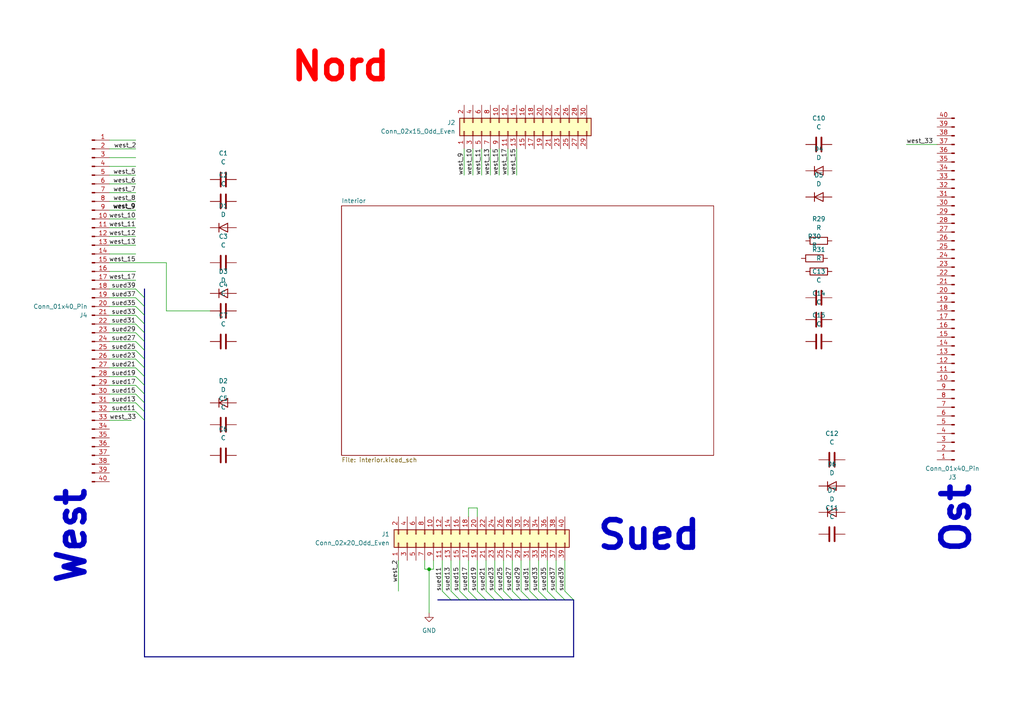
<source format=kicad_sch>
(kicad_sch (version 20230121) (generator eeschema)
  (paper "A4")
  (lib_symbols
    (symbol "Connector:Conn_01x40_Pin" (pin_names (offset 1.016) hide)
      (property "Reference" "J" (at 0 50.8 0))
      (property "Value" "Conn_01x40_Pin" (at 0 -53.34 0))
      (symbol "Conn_01x40_Pin_1_1"
        (polyline (pts (xy 1.27 -50.8) (xy 0.8636 -50.8)) (stroke (width 0.1524)))
        (polyline (pts (xy 1.27 -48.26) (xy 0.8636 -48.26)) (stroke (width 0.1524)))
        (polyline (pts (xy 1.27 -45.72) (xy 0.8636 -45.72)) (stroke (width 0.1524)))
        (polyline (pts (xy 1.27 -43.18) (xy 0.8636 -43.18)) (stroke (width 0.1524)))
        (polyline (pts (xy 1.27 -40.64) (xy 0.8636 -40.64)) (stroke (width 0.1524)))
        (polyline (pts (xy 1.27 -38.1) (xy 0.8636 -38.1)) (stroke (width 0.1524)))
        (polyline (pts (xy 1.27 -35.56) (xy 0.8636 -35.56)) (stroke (width 0.1524)))
        (polyline (pts (xy 1.27 -33.02) (xy 0.8636 -33.02)) (stroke (width 0.1524)))
        (polyline (pts (xy 1.27 -30.48) (xy 0.8636 -30.48)) (stroke (width 0.1524)))
        (polyline (pts (xy 1.27 -27.94) (xy 0.8636 -27.94)) (stroke (width 0.1524)))
        (polyline (pts (xy 1.27 -25.4) (xy 0.8636 -25.4)) (stroke (width 0.1524)))
        (polyline (pts (xy 1.27 -22.86) (xy 0.8636 -22.86)) (stroke (width 0.1524)))
        (polyline (pts (xy 1.27 -20.32) (xy 0.8636 -20.32)) (stroke (width 0.1524)))
        (polyline (pts (xy 1.27 -17.78) (xy 0.8636 -17.78)) (stroke (width 0.1524)))
        (polyline (pts (xy 1.27 -15.24) (xy 0.8636 -15.24)) (stroke (width 0.1524)))
        (polyline (pts (xy 1.27 -12.7) (xy 0.8636 -12.7)) (stroke (width 0.1524)))
        (polyline (pts (xy 1.27 -10.16) (xy 0.8636 -10.16)) (stroke (width 0.1524)))
        (polyline (pts (xy 1.27 -7.62) (xy 0.8636 -7.62)) (stroke (width 0.1524)))
        (polyline (pts (xy 1.27 -5.08) (xy 0.8636 -5.08)) (stroke (width 0.1524)))
        (polyline (pts (xy 1.27 -2.54) (xy 0.8636 -2.54)) (stroke (width 0.1524)))
        (polyline (pts (xy 1.27 0) (xy 0.8636 0)) (stroke (width 0.1524)))
        (polyline (pts (xy 1.27 2.54) (xy 0.8636 2.54)) (stroke (width 0.1524)))
        (polyline (pts (xy 1.27 5.08) (xy 0.8636 5.08)) (stroke (width 0.1524)))
        (polyline (pts (xy 1.27 7.62) (xy 0.8636 7.62)) (stroke (width 0.1524)))
        (polyline (pts (xy 1.27 10.16) (xy 0.8636 10.16)) (stroke (width 0.1524)))
        (polyline (pts (xy 1.27 12.7) (xy 0.8636 12.7)) (stroke (width 0.1524)))
        (polyline (pts (xy 1.27 15.24) (xy 0.8636 15.24)) (stroke (width 0.1524)))
        (polyline (pts (xy 1.27 17.78) (xy 0.8636 17.78)) (stroke (width 0.1524)))
        (polyline (pts (xy 1.27 20.32) (xy 0.8636 20.32)) (stroke (width 0.1524)))
        (polyline (pts (xy 1.27 22.86) (xy 0.8636 22.86)) (stroke (width 0.1524)))
        (polyline (pts (xy 1.27 25.4) (xy 0.8636 25.4)) (stroke (width 0.1524)))
        (polyline (pts (xy 1.27 27.94) (xy 0.8636 27.94)) (stroke (width 0.1524)))
        (polyline (pts (xy 1.27 30.48) (xy 0.8636 30.48)) (stroke (width 0.1524)))
        (polyline (pts (xy 1.27 33.02) (xy 0.8636 33.02)) (stroke (width 0.1524)))
        (polyline (pts (xy 1.27 35.56) (xy 0.8636 35.56)) (stroke (width 0.1524)))
        (polyline (pts (xy 1.27 38.1) (xy 0.8636 38.1)) (stroke (width 0.1524)))
        (polyline (pts (xy 1.27 40.64) (xy 0.8636 40.64)) (stroke (width 0.1524)))
        (polyline (pts (xy 1.27 43.18) (xy 0.8636 43.18)) (stroke (width 0.1524)))
        (polyline (pts (xy 1.27 45.72) (xy 0.8636 45.72)) (stroke (width 0.1524)))
        (polyline (pts (xy 1.27 48.26) (xy 0.8636 48.26)) (stroke (width 0.1524)))
        (rectangle (start 0.8636 -50.673) (end 0 -50.927) (stroke (width 0.1524)) (fill (type outline)))
        (rectangle (start 0.8636 -48.133) (end 0 -48.387) (stroke (width 0.1524)) (fill (type outline)))
        (rectangle (start 0.8636 -45.593) (end 0 -45.847) (stroke (width 0.1524)) (fill (type outline)))
        (rectangle (start 0.8636 -43.053) (end 0 -43.307) (stroke (width 0.1524)) (fill (type outline)))
        (rectangle (start 0.8636 -40.513) (end 0 -40.767) (stroke (width 0.1524)) (fill (type outline)))
        (rectangle (start 0.8636 -37.973) (end 0 -38.227) (stroke (width 0.1524)) (fill (type outline)))
        (rectangle (start 0.8636 -35.433) (end 0 -35.687) (stroke (width 0.1524)) (fill (type outline)))
        (rectangle (start 0.8636 -32.893) (end 0 -33.147) (stroke (width 0.1524)) (fill (type outline)))
        (rectangle (start 0.8636 -30.353) (end 0 -30.607) (stroke (width 0.1524)) (fill (type outline)))
        (rectangle (start 0.8636 -27.813) (end 0 -28.067) (stroke (width 0.1524)) (fill (type outline)))
        (rectangle (start 0.8636 -25.273) (end 0 -25.527) (stroke (width 0.1524)) (fill (type outline)))
        (rectangle (start 0.8636 -22.733) (end 0 -22.987) (stroke (width 0.1524)) (fill (type outline)))
        (rectangle (start 0.8636 -20.193) (end 0 -20.447) (stroke (width 0.1524)) (fill (type outline)))
        (rectangle (start 0.8636 -17.653) (end 0 -17.907) (stroke (width 0.1524)) (fill (type outline)))
        (rectangle (start 0.8636 -15.113) (end 0 -15.367) (stroke (width 0.1524)) (fill (type outline)))
        (rectangle (start 0.8636 -12.573) (end 0 -12.827) (stroke (width 0.1524)) (fill (type outline)))
        (rectangle (start 0.8636 -10.033) (end 0 -10.287) (stroke (width 0.1524)) (fill (type outline)))
        (rectangle (start 0.8636 -7.493) (end 0 -7.747) (stroke (width 0.1524)) (fill (type outline)))
        (rectangle (start 0.8636 -4.953) (end 0 -5.207) (stroke (width 0.1524)) (fill (type outline)))
        (rectangle (start 0.8636 -2.413) (end 0 -2.667) (stroke (width 0.1524)) (fill (type outline)))
        (rectangle (start 0.8636 0.127) (end 0 -0.127) (stroke (width 0.1524)) (fill (type outline)))
        (rectangle (start 0.8636 2.667) (end 0 2.413) (stroke (width 0.1524)) (fill (type outline)))
        (rectangle (start 0.8636 5.207) (end 0 4.953) (stroke (width 0.1524)) (fill (type outline)))
        (rectangle (start 0.8636 7.747) (end 0 7.493) (stroke (width 0.1524)) (fill (type outline)))
        (rectangle (start 0.8636 10.287) (end 0 10.033) (stroke (width 0.1524)) (fill (type outline)))
        (rectangle (start 0.8636 12.827) (end 0 12.573) (stroke (width 0.1524)) (fill (type outline)))
        (rectangle (start 0.8636 15.367) (end 0 15.113) (stroke (width 0.1524)) (fill (type outline)))
        (rectangle (start 0.8636 17.907) (end 0 17.653) (stroke (width 0.1524)) (fill (type outline)))
        (rectangle (start 0.8636 20.447) (end 0 20.193) (stroke (width 0.1524)) (fill (type outline)))
        (rectangle (start 0.8636 22.987) (end 0 22.733) (stroke (width 0.1524)) (fill (type outline)))
        (rectangle (start 0.8636 25.527) (end 0 25.273) (stroke (width 0.1524)) (fill (type outline)))
        (rectangle (start 0.8636 28.067) (end 0 27.813) (stroke (width 0.1524)) (fill (type outline)))
        (rectangle (start 0.8636 30.607) (end 0 30.353) (stroke (width 0.1524)) (fill (type outline)))
        (rectangle (start 0.8636 33.147) (end 0 32.893) (stroke (width 0.1524)) (fill (type outline)))
        (rectangle (start 0.8636 35.687) (end 0 35.433) (stroke (width 0.1524)) (fill (type outline)))
        (rectangle (start 0.8636 38.227) (end 0 37.973) (stroke (width 0.1524)) (fill (type outline)))
        (rectangle (start 0.8636 40.767) (end 0 40.513) (stroke (width 0.1524)) (fill (type outline)))
        (rectangle (start 0.8636 43.307) (end 0 43.053) (stroke (width 0.1524)) (fill (type outline)))
        (rectangle (start 0.8636 45.847) (end 0 45.593) (stroke (width 0.1524)) (fill (type outline)))
        (rectangle (start 0.8636 48.387) (end 0 48.133) (stroke (width 0.1524)) (fill (type outline)))
        (pin passive line (at 5.08 48.26 180) (length 3.81) (name "Pin_1") (number "1"))
        (pin passive line (at 5.08 25.4 180) (length 3.81) (name "Pin_10") (number "10"))
        (pin passive line (at 5.08 22.86 180) (length 3.81) (name "Pin_11") (number "11"))
        (pin passive line (at 5.08 20.32 180) (length 3.81) (name "Pin_12") (number "12"))
        (pin passive line (at 5.08 17.78 180) (length 3.81) (name "Pin_13") (number "13"))
        (pin passive line (at 5.08 15.24 180) (length 3.81) (name "Pin_14") (number "14"))
        (pin passive line (at 5.08 12.7 180) (length 3.81) (name "Pin_15") (number "15"))
        (pin passive line (at 5.08 10.16 180) (length 3.81) (name "Pin_16") (number "16"))
        (pin passive line (at 5.08 7.62 180) (length 3.81) (name "Pin_17") (number "17"))
        (pin passive line (at 5.08 5.08 180) (length 3.81) (name "Pin_18") (number "18"))
        (pin passive line (at 5.08 2.54 180) (length 3.81) (name "Pin_19") (number "19"))
        (pin passive line (at 5.08 45.72 180) (length 3.81) (name "Pin_2") (number "2"))
        (pin passive line (at 5.08 0 180) (length 3.81) (name "Pin_20") (number "20"))
        (pin passive line (at 5.08 -2.54 180) (length 3.81) (name "Pin_21") (number "21"))
        (pin passive line (at 5.08 -5.08 180) (length 3.81) (name "Pin_22") (number "22"))
        (pin passive line (at 5.08 -7.62 180) (length 3.81) (name "Pin_23") (number "23"))
        (pin passive line (at 5.08 -10.16 180) (length 3.81) (name "Pin_24") (number "24"))
        (pin passive line (at 5.08 -12.7 180) (length 3.81) (name "Pin_25") (number "25"))
        (pin passive line (at 5.08 -15.24 180) (length 3.81) (name "Pin_26") (number "26"))
        (pin passive line (at 5.08 -17.78 180) (length 3.81) (name "Pin_27") (number "27"))
        (pin passive line (at 5.08 -20.32 180) (length 3.81) (name "Pin_28") (number "28"))
        (pin passive line (at 5.08 -22.86 180) (length 3.81) (name "Pin_29") (number "29"))
        (pin passive line (at 5.08 43.18 180) (length 3.81) (name "Pin_3") (number "3"))
        (pin passive line (at 5.08 -25.4 180) (length 3.81) (name "Pin_30") (number "30"))
        (pin passive line (at 5.08 -27.94 180) (length 3.81) (name "Pin_31") (number "31"))
        (pin passive line (at 5.08 -30.48 180) (length 3.81) (name "Pin_32") (number "32"))
        (pin passive line (at 5.08 -33.02 180) (length 3.81) (name "Pin_33") (number "33"))
        (pin passive line (at 5.08 -35.56 180) (length 3.81) (name "Pin_34") (number "34"))
        (pin passive line (at 5.08 -38.1 180) (length 3.81) (name "Pin_35") (number "35"))
        (pin passive line (at 5.08 -40.64 180) (length 3.81) (name "Pin_36") (number "36"))
        (pin passive line (at 5.08 -43.18 180) (length 3.81) (name "Pin_37") (number "37"))
        (pin passive line (at 5.08 -45.72 180) (length 3.81) (name "Pin_38") (number "38"))
        (pin passive line (at 5.08 -48.26 180) (length 3.81) (name "Pin_39") (number "39"))
        (pin passive line (at 5.08 40.64 180) (length 3.81) (name "Pin_4") (number "4"))
        (pin passive line (at 5.08 -50.8 180) (length 3.81) (name "Pin_40") (number "40"))
        (pin passive line (at 5.08 38.1 180) (length 3.81) (name "Pin_5") (number "5"))
        (pin passive line (at 5.08 35.56 180) (length 3.81) (name "Pin_6") (number "6"))
        (pin passive line (at 5.08 33.02 180) (length 3.81) (name "Pin_7") (number "7"))
        (pin passive line (at 5.08 30.48 180) (length 3.81) (name "Pin_8") (number "8"))
        (pin passive line (at 5.08 27.94 180) (length 3.81) (name "Pin_9") (number "9"))
      )
    )
    (symbol "Connector_Generic:Conn_02x15_Odd_Even" (pin_names (offset 1.016) hide)
      (property "Reference" "J" (at 1.27 20.32 0))
      (property "Value" "Conn_02x15_Odd_Even" (at 1.27 -20.32 0))
      (symbol "Conn_02x15_Odd_Even_1_1"
        (rectangle (start -1.27 -17.653) (end 0 -17.907) (stroke (width 0.1524)))
        (rectangle (start -1.27 -15.113) (end 0 -15.367) (stroke (width 0.1524)))
        (rectangle (start -1.27 -12.573) (end 0 -12.827) (stroke (width 0.1524)))
        (rectangle (start -1.27 -10.033) (end 0 -10.287) (stroke (width 0.1524)))
        (rectangle (start -1.27 -7.493) (end 0 -7.747) (stroke (width 0.1524)))
        (rectangle (start -1.27 -4.953) (end 0 -5.207) (stroke (width 0.1524)))
        (rectangle (start -1.27 -2.413) (end 0 -2.667) (stroke (width 0.1524)))
        (rectangle (start -1.27 0.127) (end 0 -0.127) (stroke (width 0.1524)))
        (rectangle (start -1.27 2.667) (end 0 2.413) (stroke (width 0.1524)))
        (rectangle (start -1.27 5.207) (end 0 4.953) (stroke (width 0.1524)))
        (rectangle (start -1.27 7.747) (end 0 7.493) (stroke (width 0.1524)))
        (rectangle (start -1.27 10.287) (end 0 10.033) (stroke (width 0.1524)))
        (rectangle (start -1.27 12.827) (end 0 12.573) (stroke (width 0.1524)))
        (rectangle (start -1.27 15.367) (end 0 15.113) (stroke (width 0.1524)))
        (rectangle (start -1.27 17.907) (end 0 17.653) (stroke (width 0.1524)))
        (rectangle (start -1.27 19.05) (end 3.81 -19.05) (stroke (width 0.254)) (fill (type background)))
        (rectangle (start 3.81 -17.653) (end 2.54 -17.907) (stroke (width 0.1524)))
        (rectangle (start 3.81 -15.113) (end 2.54 -15.367) (stroke (width 0.1524)))
        (rectangle (start 3.81 -12.573) (end 2.54 -12.827) (stroke (width 0.1524)))
        (rectangle (start 3.81 -10.033) (end 2.54 -10.287) (stroke (width 0.1524)))
        (rectangle (start 3.81 -7.493) (end 2.54 -7.747) (stroke (width 0.1524)))
        (rectangle (start 3.81 -4.953) (end 2.54 -5.207) (stroke (width 0.1524)))
        (rectangle (start 3.81 -2.413) (end 2.54 -2.667) (stroke (width 0.1524)))
        (rectangle (start 3.81 0.127) (end 2.54 -0.127) (stroke (width 0.1524)))
        (rectangle (start 3.81 2.667) (end 2.54 2.413) (stroke (width 0.1524)))
        (rectangle (start 3.81 5.207) (end 2.54 4.953) (stroke (width 0.1524)))
        (rectangle (start 3.81 7.747) (end 2.54 7.493) (stroke (width 0.1524)))
        (rectangle (start 3.81 10.287) (end 2.54 10.033) (stroke (width 0.1524)))
        (rectangle (start 3.81 12.827) (end 2.54 12.573) (stroke (width 0.1524)))
        (rectangle (start 3.81 15.367) (end 2.54 15.113) (stroke (width 0.1524)))
        (rectangle (start 3.81 17.907) (end 2.54 17.653) (stroke (width 0.1524)))
        (pin passive line (at -5.08 17.78 0) (length 3.81) (name "Pin_1") (number "1"))
        (pin passive line (at 7.62 7.62 180) (length 3.81) (name "Pin_10") (number "10"))
        (pin passive line (at -5.08 5.08 0) (length 3.81) (name "Pin_11") (number "11"))
        (pin passive line (at 7.62 5.08 180) (length 3.81) (name "Pin_12") (number "12"))
        (pin passive line (at -5.08 2.54 0) (length 3.81) (name "Pin_13") (number "13"))
        (pin passive line (at 7.62 2.54 180) (length 3.81) (name "Pin_14") (number "14"))
        (pin passive line (at -5.08 0 0) (length 3.81) (name "Pin_15") (number "15"))
        (pin passive line (at 7.62 0 180) (length 3.81) (name "Pin_16") (number "16"))
        (pin passive line (at -5.08 -2.54 0) (length 3.81) (name "Pin_17") (number "17"))
        (pin passive line (at 7.62 -2.54 180) (length 3.81) (name "Pin_18") (number "18"))
        (pin passive line (at -5.08 -5.08 0) (length 3.81) (name "Pin_19") (number "19"))
        (pin passive line (at 7.62 17.78 180) (length 3.81) (name "Pin_2") (number "2"))
        (pin passive line (at 7.62 -5.08 180) (length 3.81) (name "Pin_20") (number "20"))
        (pin passive line (at -5.08 -7.62 0) (length 3.81) (name "Pin_21") (number "21"))
        (pin passive line (at 7.62 -7.62 180) (length 3.81) (name "Pin_22") (number "22"))
        (pin passive line (at -5.08 -10.16 0) (length 3.81) (name "Pin_23") (number "23"))
        (pin passive line (at 7.62 -10.16 180) (length 3.81) (name "Pin_24") (number "24"))
        (pin passive line (at -5.08 -12.7 0) (length 3.81) (name "Pin_25") (number "25"))
        (pin passive line (at 7.62 -12.7 180) (length 3.81) (name "Pin_26") (number "26"))
        (pin passive line (at -5.08 -15.24 0) (length 3.81) (name "Pin_27") (number "27"))
        (pin passive line (at 7.62 -15.24 180) (length 3.81) (name "Pin_28") (number "28"))
        (pin passive line (at -5.08 -17.78 0) (length 3.81) (name "Pin_29") (number "29"))
        (pin passive line (at -5.08 15.24 0) (length 3.81) (name "Pin_3") (number "3"))
        (pin passive line (at 7.62 -17.78 180) (length 3.81) (name "Pin_30") (number "30"))
        (pin passive line (at 7.62 15.24 180) (length 3.81) (name "Pin_4") (number "4"))
        (pin passive line (at -5.08 12.7 0) (length 3.81) (name "Pin_5") (number "5"))
        (pin passive line (at 7.62 12.7 180) (length 3.81) (name "Pin_6") (number "6"))
        (pin passive line (at -5.08 10.16 0) (length 3.81) (name "Pin_7") (number "7"))
        (pin passive line (at 7.62 10.16 180) (length 3.81) (name "Pin_8") (number "8"))
        (pin passive line (at -5.08 7.62 0) (length 3.81) (name "Pin_9") (number "9"))
      )
    )
    (symbol "Connector_Generic:Conn_02x20_Odd_Even" (pin_names (offset 1.016) hide)
      (property "Reference" "J" (at 1.27 25.4 0))
      (property "Value" "Conn_02x20_Odd_Even" (at 1.27 -27.94 0))
      (symbol "Conn_02x20_Odd_Even_1_1"
        (rectangle (start -1.27 -25.273) (end 0 -25.527) (stroke (width 0.1524)))
        (rectangle (start -1.27 -22.733) (end 0 -22.987) (stroke (width 0.1524)))
        (rectangle (start -1.27 -20.193) (end 0 -20.447) (stroke (width 0.1524)))
        (rectangle (start -1.27 -17.653) (end 0 -17.907) (stroke (width 0.1524)))
        (rectangle (start -1.27 -15.113) (end 0 -15.367) (stroke (width 0.1524)))
        (rectangle (start -1.27 -12.573) (end 0 -12.827) (stroke (width 0.1524)))
        (rectangle (start -1.27 -10.033) (end 0 -10.287) (stroke (width 0.1524)))
        (rectangle (start -1.27 -7.493) (end 0 -7.747) (stroke (width 0.1524)))
        (rectangle (start -1.27 -4.953) (end 0 -5.207) (stroke (width 0.1524)))
        (rectangle (start -1.27 -2.413) (end 0 -2.667) (stroke (width 0.1524)))
        (rectangle (start -1.27 0.127) (end 0 -0.127) (stroke (width 0.1524)))
        (rectangle (start -1.27 2.667) (end 0 2.413) (stroke (width 0.1524)))
        (rectangle (start -1.27 5.207) (end 0 4.953) (stroke (width 0.1524)))
        (rectangle (start -1.27 7.747) (end 0 7.493) (stroke (width 0.1524)))
        (rectangle (start -1.27 10.287) (end 0 10.033) (stroke (width 0.1524)))
        (rectangle (start -1.27 12.827) (end 0 12.573) (stroke (width 0.1524)))
        (rectangle (start -1.27 15.367) (end 0 15.113) (stroke (width 0.1524)))
        (rectangle (start -1.27 17.907) (end 0 17.653) (stroke (width 0.1524)))
        (rectangle (start -1.27 20.447) (end 0 20.193) (stroke (width 0.1524)))
        (rectangle (start -1.27 22.987) (end 0 22.733) (stroke (width 0.1524)))
        (rectangle (start -1.27 24.13) (end 3.81 -26.67) (stroke (width 0.254)) (fill (type background)))
        (rectangle (start 3.81 -25.273) (end 2.54 -25.527) (stroke (width 0.1524)))
        (rectangle (start 3.81 -22.733) (end 2.54 -22.987) (stroke (width 0.1524)))
        (rectangle (start 3.81 -20.193) (end 2.54 -20.447) (stroke (width 0.1524)))
        (rectangle (start 3.81 -17.653) (end 2.54 -17.907) (stroke (width 0.1524)))
        (rectangle (start 3.81 -15.113) (end 2.54 -15.367) (stroke (width 0.1524)))
        (rectangle (start 3.81 -12.573) (end 2.54 -12.827) (stroke (width 0.1524)))
        (rectangle (start 3.81 -10.033) (end 2.54 -10.287) (stroke (width 0.1524)))
        (rectangle (start 3.81 -7.493) (end 2.54 -7.747) (stroke (width 0.1524)))
        (rectangle (start 3.81 -4.953) (end 2.54 -5.207) (stroke (width 0.1524)))
        (rectangle (start 3.81 -2.413) (end 2.54 -2.667) (stroke (width 0.1524)))
        (rectangle (start 3.81 0.127) (end 2.54 -0.127) (stroke (width 0.1524)))
        (rectangle (start 3.81 2.667) (end 2.54 2.413) (stroke (width 0.1524)))
        (rectangle (start 3.81 5.207) (end 2.54 4.953) (stroke (width 0.1524)))
        (rectangle (start 3.81 7.747) (end 2.54 7.493) (stroke (width 0.1524)))
        (rectangle (start 3.81 10.287) (end 2.54 10.033) (stroke (width 0.1524)))
        (rectangle (start 3.81 12.827) (end 2.54 12.573) (stroke (width 0.1524)))
        (rectangle (start 3.81 15.367) (end 2.54 15.113) (stroke (width 0.1524)))
        (rectangle (start 3.81 17.907) (end 2.54 17.653) (stroke (width 0.1524)))
        (rectangle (start 3.81 20.447) (end 2.54 20.193) (stroke (width 0.1524)))
        (rectangle (start 3.81 22.987) (end 2.54 22.733) (stroke (width 0.1524)))
        (pin passive line (at -5.08 22.86 0) (length 3.81) (name "Pin_1") (number "1"))
        (pin passive line (at 7.62 12.7 180) (length 3.81) (name "Pin_10") (number "10"))
        (pin passive line (at -5.08 10.16 0) (length 3.81) (name "Pin_11") (number "11"))
        (pin passive line (at 7.62 10.16 180) (length 3.81) (name "Pin_12") (number "12"))
        (pin passive line (at -5.08 7.62 0) (length 3.81) (name "Pin_13") (number "13"))
        (pin passive line (at 7.62 7.62 180) (length 3.81) (name "Pin_14") (number "14"))
        (pin passive line (at -5.08 5.08 0) (length 3.81) (name "Pin_15") (number "15"))
        (pin passive line (at 7.62 5.08 180) (length 3.81) (name "Pin_16") (number "16"))
        (pin passive line (at -5.08 2.54 0) (length 3.81) (name "Pin_17") (number "17"))
        (pin passive line (at 7.62 2.54 180) (length 3.81) (name "Pin_18") (number "18"))
        (pin passive line (at -5.08 0 0) (length 3.81) (name "Pin_19") (number "19"))
        (pin passive line (at 7.62 22.86 180) (length 3.81) (name "Pin_2") (number "2"))
        (pin passive line (at 7.62 0 180) (length 3.81) (name "Pin_20") (number "20"))
        (pin passive line (at -5.08 -2.54 0) (length 3.81) (name "Pin_21") (number "21"))
        (pin passive line (at 7.62 -2.54 180) (length 3.81) (name "Pin_22") (number "22"))
        (pin passive line (at -5.08 -5.08 0) (length 3.81) (name "Pin_23") (number "23"))
        (pin passive line (at 7.62 -5.08 180) (length 3.81) (name "Pin_24") (number "24"))
        (pin passive line (at -5.08 -7.62 0) (length 3.81) (name "Pin_25") (number "25"))
        (pin passive line (at 7.62 -7.62 180) (length 3.81) (name "Pin_26") (number "26"))
        (pin passive line (at -5.08 -10.16 0) (length 3.81) (name "Pin_27") (number "27"))
        (pin passive line (at 7.62 -10.16 180) (length 3.81) (name "Pin_28") (number "28"))
        (pin passive line (at -5.08 -12.7 0) (length 3.81) (name "Pin_29") (number "29"))
        (pin passive line (at -5.08 20.32 0) (length 3.81) (name "Pin_3") (number "3"))
        (pin passive line (at 7.62 -12.7 180) (length 3.81) (name "Pin_30") (number "30"))
        (pin passive line (at -5.08 -15.24 0) (length 3.81) (name "Pin_31") (number "31"))
        (pin passive line (at 7.62 -15.24 180) (length 3.81) (name "Pin_32") (number "32"))
        (pin passive line (at -5.08 -17.78 0) (length 3.81) (name "Pin_33") (number "33"))
        (pin passive line (at 7.62 -17.78 180) (length 3.81) (name "Pin_34") (number "34"))
        (pin passive line (at -5.08 -20.32 0) (length 3.81) (name "Pin_35") (number "35"))
        (pin passive line (at 7.62 -20.32 180) (length 3.81) (name "Pin_36") (number "36"))
        (pin passive line (at -5.08 -22.86 0) (length 3.81) (name "Pin_37") (number "37"))
        (pin passive line (at 7.62 -22.86 180) (length 3.81) (name "Pin_38") (number "38"))
        (pin passive line (at -5.08 -25.4 0) (length 3.81) (name "Pin_39") (number "39"))
        (pin passive line (at 7.62 20.32 180) (length 3.81) (name "Pin_4") (number "4"))
        (pin passive line (at 7.62 -25.4 180) (length 3.81) (name "Pin_40") (number "40"))
        (pin passive line (at -5.08 17.78 0) (length 3.81) (name "Pin_5") (number "5"))
        (pin passive line (at 7.62 17.78 180) (length 3.81) (name "Pin_6") (number "6"))
        (pin passive line (at -5.08 15.24 0) (length 3.81) (name "Pin_7") (number "7"))
        (pin passive line (at 7.62 15.24 180) (length 3.81) (name "Pin_8") (number "8"))
        (pin passive line (at -5.08 12.7 0) (length 3.81) (name "Pin_9") (number "9"))
      )
    )
    (symbol "Device:C" (pin_numbers hide) (pin_names (offset 0.254))
      (property "Reference" "C" (at 0.635 2.54 0))
      (property "Value" "C" (at 0.635 -2.54 0))
      (symbol "C_0_1"
        (polyline (pts (xy -2.032 -0.762) (xy 2.032 -0.762)) (stroke (width 0.508)))
        (polyline (pts (xy -2.032 0.762) (xy 2.032 0.762)) (stroke (width 0.508)))
      )
      (symbol "C_1_1"
        (pin passive line (at 0 3.81 270) (length 2.794) (name "~") (number "1"))
        (pin passive line (at 0 -3.81 90) (length 2.794) (name "~") (number "2"))
      )
    )
    (symbol "Device:D" (pin_numbers hide) (pin_names (offset 1.016) hide)
      (property "Reference" "D" (at 0 2.54 0))
      (property "Value" "D" (at 0 -2.54 0))
      (symbol "D_0_1"
        (polyline (pts (xy -1.27 1.27) (xy -1.27 -1.27)) (stroke (width 0.254)))
        (polyline (pts (xy 1.27 0) (xy -1.27 0)))
        (polyline (pts (xy 1.27 1.27) (xy 1.27 -1.27) (xy -1.27 0) (xy 1.27 1.27)) (stroke (width 0.254)))
      )
      (symbol "D_1_1"
        (pin passive line (at -3.81 0 0) (length 2.54) (name "K") (number "1"))
        (pin passive line (at 3.81 0 180) (length 2.54) (name "A") (number "2"))
      )
    )
    (symbol "Device:R" (pin_numbers hide) (pin_names (offset 0))
      (property "Reference" "R" (at 2.032 0 90))
      (property "Value" "R" (at 0 0 90))
      (symbol "R_0_1"
        (rectangle (start -1.016 -2.54) (end 1.016 2.54) (stroke (width 0.254)))
      )
      (symbol "R_1_1"
        (pin passive line (at 0 3.81 270) (length 1.27) (name "~") (number "1"))
        (pin passive line (at 0 -3.81 90) (length 1.27) (name "~") (number "2"))
      )
    )
    (symbol "power:GND" (power) (pin_names (offset 0))
      (property "Value" "GND" (at 0 -3.81 0))
      (symbol "GND_0_1"
        (polyline (pts (xy 0 0) (xy 0 -1.27) (xy 1.27 -1.27) (xy 0 -2.54) (xy -1.27 -1.27) (xy 0 -1.27)))
      )
      (symbol "GND_1_1"
        (pin power_in line (at 0 0 270) (length 0) hide (name "GND") (number "1"))
      )
    )
  )
  (junction (at 124.46 165.1))
  (bus_entry (at 133.35 171.45) (size 2.54 2.54))
  (bus_entry (at 128.27 171.45) (size 2.54 2.54))
  (bus_entry (at 39.37 106.68) (size 2.54 2.54))
  (bus_entry (at 39.37 86.36) (size 2.54 2.54))
  (bus_entry (at 158.75 171.45) (size 2.54 2.54))
  (bus_entry (at 138.43 171.45) (size 2.54 2.54))
  (bus_entry (at 39.37 99.06) (size 2.54 2.54))
  (bus_entry (at 39.37 83.82) (size 2.54 2.54))
  (bus_entry (at 39.37 91.44) (size 2.54 2.54))
  (bus_entry (at 140.97 171.45) (size 2.54 2.54))
  (bus_entry (at 39.37 109.22) (size 2.54 2.54))
  (bus_entry (at 39.37 119.38) (size 2.54 2.54))
  (bus_entry (at 151.13 171.45) (size 2.54 2.54))
  (bus_entry (at 39.37 111.76) (size 2.54 2.54))
  (bus_entry (at 135.89 171.45) (size 2.54 2.54))
  (bus_entry (at 39.37 88.9) (size 2.54 2.54))
  (bus_entry (at 39.37 116.84) (size 2.54 2.54))
  (bus_entry (at 39.37 96.52) (size 2.54 2.54))
  (bus_entry (at 143.51 171.45) (size 2.54 2.54))
  (bus_entry (at 130.81 171.45) (size 2.54 2.54))
  (bus_entry (at 39.37 104.14) (size 2.54 2.54))
  (bus_entry (at 148.59 171.45) (size 2.54 2.54))
  (bus_entry (at 161.29 171.45) (size 2.54 2.54))
  (bus_entry (at 153.67 171.45) (size 2.54 2.54))
  (bus_entry (at 163.83 171.45) (size 2.54 2.54))
  (bus_entry (at 146.05 171.45) (size 2.54 2.54))
  (bus_entry (at 39.37 114.3) (size 2.54 2.54))
  (bus_entry (at 39.37 93.98) (size 2.54 2.54))
  (bus_entry (at 156.21 171.45) (size 2.54 2.54))
  (bus_entry (at 39.37 101.6) (size 2.54 2.54))
  (wire (pts (xy 31.75 99.06) (xy 39.37 99.06)))
  (wire (pts (xy 31.75 111.76) (xy 39.37 111.76)))
  (wire (pts (xy 31.75 121.92) (xy 38.1 121.92)))
  (wire (pts (xy 31.75 93.98) (xy 39.37 93.98)))
  (wire (pts (xy 31.75 91.44) (xy 39.37 91.44)))
  (bus (pts (xy 158.75 173.99) (xy 161.29 173.99)))
  (wire (pts (xy 147.32 43.18) (xy 147.32 50.8)))
  (bus (pts (xy 41.91 106.68) (xy 41.91 109.22)))
  (wire (pts (xy 31.75 66.04) (xy 39.37 66.04)))
  (bus (pts (xy 135.89 173.99) (xy 138.43 173.99)))
  (wire (pts (xy 156.21 162.56) (xy 156.21 171.45)))
  (wire (pts (xy 146.05 162.56) (xy 146.05 171.45)))
  (wire (pts (xy 31.75 53.34) (xy 39.37 53.34)))
  (bus (pts (xy 41.91 114.3) (xy 41.91 116.84)))
  (wire (pts (xy 138.43 147.32) (xy 138.43 149.86)))
  (bus (pts (xy 143.51 173.99) (xy 146.05 173.99)))
  (wire (pts (xy 158.75 162.56) (xy 158.75 171.45)))
  (wire (pts (xy 31.75 106.68) (xy 39.37 106.68)))
  (wire (pts (xy 135.89 149.86) (xy 135.89 147.32)))
  (wire (pts (xy 135.89 147.32) (xy 138.43 147.32)))
  (wire (pts (xy 31.75 114.3) (xy 39.37 114.3)))
  (wire (pts (xy 133.35 162.56) (xy 133.35 171.45)))
  (bus (pts (xy 138.43 173.99) (xy 140.97 173.99)))
  (wire (pts (xy 163.83 162.56) (xy 163.83 171.45)))
  (wire (pts (xy 148.59 162.56) (xy 148.59 171.45)))
  (bus (pts (xy 41.91 111.76) (xy 41.91 114.3)))
  (bus (pts (xy 161.29 173.99) (xy 163.83 173.99)))
  (bus (pts (xy 41.91 99.06) (xy 41.91 101.6)))
  (bus (pts (xy 41.91 104.14) (xy 41.91 106.68)))
  (wire (pts (xy 151.13 162.56) (xy 151.13 171.45)))
  (wire (pts (xy 31.75 104.14) (xy 39.37 104.14)))
  (wire (pts (xy 48.26 76.2) (xy 48.26 90.17)))
  (bus (pts (xy 140.97 173.99) (xy 143.51 173.99)))
  (bus (pts (xy 163.83 173.99) (xy 166.37 173.99)))
  (wire (pts (xy 142.24 43.18) (xy 142.24 50.8)))
  (bus (pts (xy 151.13 173.99) (xy 153.67 173.99)))
  (wire (pts (xy 31.75 40.64) (xy 39.37 40.64)))
  (bus (pts (xy 41.91 109.22) (xy 41.91 111.76)))
  (wire (pts (xy 31.75 96.52) (xy 39.37 96.52)))
  (wire (pts (xy 31.75 109.22) (xy 39.37 109.22)))
  (wire (pts (xy 161.29 162.56) (xy 161.29 171.45)))
  (bus (pts (xy 41.91 101.6) (xy 41.91 104.14)))
  (wire (pts (xy 31.75 58.42) (xy 39.37 58.42)))
  (wire (pts (xy 135.89 171.45) (xy 135.89 162.56)))
  (bus (pts (xy 41.91 83.82) (xy 41.91 86.36)))
  (wire (pts (xy 31.75 101.6) (xy 39.37 101.6)))
  (wire (pts (xy 149.86 43.18) (xy 149.86 50.8)))
  (wire (pts (xy 124.46 165.1) (xy 125.73 165.1)))
  (wire (pts (xy 153.67 162.56) (xy 153.67 171.45)))
  (wire (pts (xy 31.75 116.84) (xy 39.37 116.84)))
  (wire (pts (xy 31.75 45.72) (xy 39.37 45.72)))
  (bus (pts (xy 41.91 121.92) (xy 41.91 190.5)))
  (wire (pts (xy 31.75 78.74) (xy 39.37 78.74)))
  (wire (pts (xy 31.75 119.38) (xy 39.37 119.38)))
  (wire (pts (xy 140.97 162.56) (xy 140.97 171.45)))
  (wire (pts (xy 31.75 68.58) (xy 39.37 68.58)))
  (wire (pts (xy 31.75 81.28) (xy 39.37 81.28)))
  (wire (pts (xy 31.75 63.5) (xy 39.37 63.5)))
  (bus (pts (xy 41.91 86.36) (xy 41.91 88.9)))
  (wire (pts (xy 143.51 162.56) (xy 143.51 171.45)))
  (bus (pts (xy 153.67 173.99) (xy 156.21 173.99)))
  (bus (pts (xy 41.91 119.38) (xy 41.91 121.92)))
  (wire (pts (xy 262.89 41.91) (xy 271.78 41.91)))
  (wire (pts (xy 31.75 71.12) (xy 39.37 71.12)))
  (wire (pts (xy 115.57 162.56) (xy 115.57 171.45)))
  (bus (pts (xy 148.59 173.99) (xy 151.13 173.99)))
  (wire (pts (xy 124.46 165.1) (xy 124.46 177.8)))
  (wire (pts (xy 31.75 83.82) (xy 39.37 83.82)))
  (wire (pts (xy 138.43 162.56) (xy 138.43 171.45)))
  (wire (pts (xy 130.81 162.56) (xy 130.81 171.45)))
  (wire (pts (xy 144.78 43.18) (xy 144.78 50.8)))
  (bus (pts (xy 41.91 96.52) (xy 41.91 99.06)))
  (wire (pts (xy 123.19 162.56) (xy 123.19 165.1)))
  (wire (pts (xy 128.27 171.45) (xy 128.27 162.56)))
  (wire (pts (xy 31.75 76.2) (xy 48.26 76.2)))
  (bus (pts (xy 41.91 88.9) (xy 41.91 91.44)))
  (bus (pts (xy 133.35 173.99) (xy 135.89 173.99)))
  (wire (pts (xy 31.75 86.36) (xy 39.37 86.36)))
  (wire (pts (xy 48.26 90.17) (xy 60.96 90.17)))
  (bus (pts (xy 156.21 173.99) (xy 158.75 173.99)))
  (wire (pts (xy 31.75 73.66) (xy 39.37 73.66)))
  (wire (pts (xy 31.75 60.96) (xy 39.37 60.96)))
  (wire (pts (xy 125.73 165.1) (xy 125.73 162.56)))
  (wire (pts (xy 134.62 43.18) (xy 134.62 50.8)))
  (bus (pts (xy 130.81 173.99) (xy 133.35 173.99)))
  (wire (pts (xy 31.75 88.9) (xy 39.37 88.9)))
  (wire (pts (xy 139.7 43.18) (xy 139.7 50.8)))
  (bus (pts (xy 41.91 91.44) (xy 41.91 93.98)))
  (wire (pts (xy 137.16 43.18) (xy 137.16 50.8)))
  (bus (pts (xy 127 173.99) (xy 130.81 173.99)))
  (bus (pts (xy 146.05 173.99) (xy 148.59 173.99)))
  (wire (pts (xy 31.75 48.26) (xy 39.37 48.26)))
  (wire (pts (xy 31.75 55.88) (xy 39.37 55.88)))
  (bus (pts (xy 166.37 190.5) (xy 166.37 173.99)))
  (bus (pts (xy 41.91 190.5) (xy 166.37 190.5)))
  (bus (pts (xy 41.91 93.98) (xy 41.91 96.52)))
  (wire (pts (xy 31.75 43.18) (xy 39.37 43.18)))
  (wire (pts (xy 123.19 165.1) (xy 124.46 165.1)))
  (wire (pts (xy 31.75 50.8) (xy 39.37 50.8)))
  (bus (pts (xy 41.91 116.84) (xy 41.91 119.38)))
  (text "Sued" (at 172.72 160.02 0) (effects (font (size 8 8) (thickness 1.6) bold) (justify left bottom)))
  (text "West" (at 25.4 170.18 90) (effects (font (size 8 8) bold) (justify left bottom)))
  (text "Nord" (at 83.82 24.13 0) (effects (font (size 8 8) (thickness 1.6) bold) (justify left bottom)))
  (text "Ost" (at 281.94 139.7 90) (effects (font (size 8 8) bold) (justify right bottom)))
  (label "sued23" (at 39.37 104.14 180))
  (label "west_12" (at 39.37 68.58 180))
  (label "west_17" (at 39.37 81.28 180))
  (label "sued27" (at 39.37 99.06 180))
  (label "sued11" (at 128.27 171.45 90))
  (label "sued35" (at 39.37 88.9 180))
  (label "sued33" (at 156.21 171.45 90))
  (label "west_7" (at 39.37 55.88 180))
  (label "west_15" (at 149.86 50.8 90))
  (label "sued35" (at 158.75 171.45 90))
  (label "west_11" (at 39.37 66.04 180))
  (label "sued17" (at 39.37 111.76 180))
  (label "sued17" (at 135.89 171.45 90))
  (label "sued21" (at 140.97 171.45 90))
  (label "sued31" (at 153.67 171.45 90))
  (label "sued21" (at 39.37 106.68 180))
  (label "sued15" (at 39.37 114.3 180))
  (label "west_33" (at 31.75 121.92 0))
  (label "sued19" (at 39.37 109.22 180))
  (label "sued39" (at 39.37 83.82 180))
  (label "sued25" (at 39.37 101.6 180))
  (label "west_9" (at 39.37 60.96 180) (effects (font bold)))
  (label "west_10" (at 39.37 63.5 180))
  (label "west_15" (at 144.78 50.8 90))
  (label "west_10" (at 137.16 50.8 90))
  (label "west_9" (at 134.62 50.8 90))
  (label "west_2" (at 115.57 168.91 90))
  (label "sued27" (at 148.59 171.45 90))
  (label "west_6" (at 39.37 53.34 180))
  (label "sued37" (at 39.37 86.36 180))
  (label "sued25" (at 146.05 171.45 90))
  (label "sued11" (at 39.37 119.38 180))
  (label "west_33" (at 262.89 41.91 0))
  (label "west_5" (at 39.37 50.8 180))
  (label "sued15" (at 133.35 171.45 90))
  (label "sued19" (at 138.43 171.45 90))
  (label "west_13" (at 142.24 50.8 90))
  (label "west_11" (at 139.7 50.8 90))
  (label "sued23" (at 143.51 171.45 90))
  (label "sued37" (at 161.29 171.45 90))
  (label "west_8" (at 39.37 58.42 180))
  (label "sued31" (at 39.37 93.98 180))
  (label "west_17" (at 147.32 50.8 90))
  (label "west_2" (at 33.02 43.18 0))
  (label "west_13" (at 39.37 71.12 180))
  (label "sued13" (at 39.37 116.84 180))
  (label "sued29" (at 39.37 96.52 180))
  (label "sued13" (at 130.81 171.45 90))
  (label "sued33" (at 39.37 91.44 180))
  (label "sued29" (at 151.13 171.45 90))
  (label "west_15" (at 39.37 76.2 180))
  (label "sued39" (at 163.83 171.45 90))
  (symbol (lib_id "Device:D") (at 241.3 140.97 0) (unit 1)
    (property "Reference" "D6" (at 241.3 134.62 0))
    (property "Value" "D" (at 241.3 137.16 0))
    (property "Sim.Device" "D" (effects hide))
    (property "Sim.Pins" "1=K 2=A" (effects hide))
  )
  (symbol (lib_id "Device:R") (at 236.22 74.93 90) (unit 1)
    (property "Reference" "R30" (at 236.22 68.58 90))
    (property "Value" "R" (at 236.22 71.12 90))
    (property "Footprint" "Resistor_SMD:R_0805_2012Metric" (effects hide))
  )
  (symbol (lib_id "Connector_Generic:Conn_02x15_Odd_Even") (at 152.4 38.1 90) (unit 1)
    (property "Reference" "J2" (at 132.08 35.56 90) (effects (justify left)))
    (property "Value" "Conn_02x15_Odd_Even" (at 132.08 38.1 90) (effects (justify left)))
  )
  (symbol (lib_id "Device:C") (at 64.77 52.07 270) (mirror x) (unit 1)
    (property "Reference" "C1" (at 64.77 44.45 90))
    (property "Value" "C" (at 64.77 46.99 90))
  )
  (symbol (lib_id "Device:D") (at 64.77 66.04 0) (unit 1)
    (property "Reference" "D1" (at 64.77 59.69 0))
    (property "Value" "D" (at 64.77 62.23 0))
    (property "Sim.Device" "D" (effects hide))
    (property "Sim.Pins" "1=K 2=A" (effects hide))
  )
  (symbol (lib_id "Device:R") (at 237.49 78.74 90) (unit 1)
    (property "Reference" "R31" (at 237.49 72.39 90))
    (property "Value" "R" (at 237.49 74.93 90))
    (property "Footprint" "Resistor_SMD:R_0805_2012Metric" (effects hide))
  )
  (symbol (lib_id "Device:C") (at 237.49 92.71 90) (unit 1)
    (property "Reference" "C14" (at 237.49 85.09 90))
    (property "Value" "C" (at 237.49 87.63 90))
  )
  (symbol (lib_id "Device:C") (at 241.3 133.35 90) (unit 1)
    (property "Reference" "C12" (at 241.3 125.73 90))
    (property "Value" "C" (at 241.3 128.27 90))
  )
  (symbol (lib_id "Device:C") (at 64.77 132.08 270) (mirror x) (unit 1)
    (property "Reference" "C6" (at 64.77 124.46 90))
    (property "Value" "C" (at 64.77 127 90))
  )
  (symbol (lib_id "Device:C") (at 64.77 90.17 270) (mirror x) (unit 1)
    (property "Reference" "C4" (at 64.77 82.55 90))
    (property "Value" "C" (at 64.77 85.09 90))
  )
  (symbol (lib_id "Device:D") (at 64.77 116.84 0) (unit 1)
    (property "Reference" "D2" (at 64.77 110.49 0))
    (property "Value" "D" (at 64.77 113.03 0))
    (property "Sim.Device" "D" (effects hide))
    (property "Sim.Pins" "1=K 2=A" (effects hide))
  )
  (symbol (lib_id "Device:D") (at 237.49 49.53 0) (unit 1)
    (property "Reference" "D4" (at 237.49 43.18 0))
    (property "Value" "D" (at 237.49 45.72 0))
    (property "Sim.Device" "D" (effects hide))
    (property "Sim.Pins" "1=K 2=A" (effects hide))
  )
  (symbol (lib_id "Device:C") (at 237.49 41.91 90) (unit 1)
    (property "Reference" "C10" (at 237.49 34.29 90))
    (property "Value" "C" (at 237.49 36.83 90))
  )
  (symbol (lib_id "power:GND") (at 124.46 177.8 0) (unit 1)
    (property "Reference" "#PWR01" (effects hide))
    (property "Value" "GND" (at 124.46 182.88 0))
  )
  (symbol (lib_id "Connector:Conn_01x40_Pin") (at 26.67 88.9 0) (unit 1)
    (property "Reference" "J4" (at 25.4 91.44 0) (effects (justify right)))
    (property "Value" "Conn_01x40_Pin" (at 25.4 88.9 0) (effects (justify right)))
    (property "Footprint" "Connector_PinHeader_1.00mm:PinHeader_1x40_P1.00mm_Vertical_SMD_Pin1Left" (effects hide))
  )
  (symbol (lib_id "Device:C") (at 241.3 154.94 90) (unit 1)
    (property "Reference" "C11" (at 241.3 147.32 90))
    (property "Value" "C" (at 241.3 149.86 90))
  )
  (symbol (lib_id "Connector:Conn_01x40_Pin") (at 276.86 85.09 180) (unit 1)
    (property "Reference" "J3" (at 276.225 138.43 0))
    (property "Value" "Conn_01x40_Pin" (at 276.225 135.89 0))
    (property "Footprint" "Connector_PinHeader_1.00mm:PinHeader_1x40_P1.00mm_Vertical_SMD_Pin1Left" (effects hide))
  )
  (symbol (lib_id "Device:C") (at 64.77 76.2 270) (mirror x) (unit 1)
    (property "Reference" "C3" (at 64.77 68.58 90))
    (property "Value" "C" (at 64.77 71.12 90))
  )
  (symbol (lib_id "Device:D") (at 237.49 57.15 0) (unit 1)
    (property "Reference" "D5" (at 237.49 50.8 0))
    (property "Value" "D" (at 237.49 53.34 0))
    (property "Sim.Device" "D" (effects hide))
    (property "Sim.Pins" "1=K 2=A" (effects hide))
  )
  (symbol (lib_id "Device:C") (at 237.49 99.06 90) (unit 1)
    (property "Reference" "C15" (at 237.49 91.44 90))
    (property "Value" "C" (at 237.49 93.98 90))
  )
  (symbol (lib_id "Device:C") (at 237.49 86.36 90) (unit 1)
    (property "Reference" "C13" (at 237.49 78.74 90))
    (property "Value" "C" (at 237.49 81.28 90))
  )
  (symbol (lib_id "Device:C") (at 64.77 99.06 270) (mirror x) (unit 1)
    (property "Reference" "C7" (at 64.77 91.44 90))
    (property "Value" "C" (at 64.77 93.98 90))
  )
  (symbol (lib_id "Device:C") (at 64.77 58.42 270) (mirror x) (unit 1)
    (property "Reference" "C2" (at 64.77 50.8 90))
    (property "Value" "C" (at 64.77 53.34 90))
  )
  (symbol (lib_id "Device:D") (at 241.3 148.59 0) (unit 1)
    (property "Reference" "D7" (at 241.3 142.24 0))
    (property "Value" "D" (at 241.3 144.78 0))
    (property "Sim.Device" "D" (effects hide))
    (property "Sim.Pins" "1=K 2=A" (effects hide))
  )
  (symbol (lib_id "Device:C") (at 64.77 123.19 270) (mirror x) (unit 1)
    (property "Reference" "C5" (at 64.77 115.57 90))
    (property "Value" "C" (at 64.77 118.11 90))
  )
  (symbol (lib_id "Connector_Generic:Conn_02x20_Odd_Even") (at 138.43 157.48 90) (unit 1)
    (property "Reference" "J1" (at 113.03 154.94 90) (effects (justify left)))
    (property "Value" "Conn_02x20_Odd_Even" (at 113.03 157.48 90) (effects (justify left)))
  )
  (symbol (lib_id "Device:D") (at 64.77 85.09 0) (unit 1)
    (property "Reference" "D3" (at 64.77 78.74 0))
    (property "Value" "D" (at 64.77 81.28 0))
    (property "Sim.Device" "D" (effects hide))
    (property "Sim.Pins" "1=K 2=A" (effects hide))
  )
  (symbol (lib_id "Device:R") (at 237.49 69.85 90) (unit 1)
    (property "Reference" "R29" (at 237.49 63.5 90))
    (property "Value" "R" (at 237.49 66.04 90))
    (property "Footprint" "Resistor_SMD:R_0805_2012Metric" (effects hide))
  )
  (sheet (at 99.06 59.69) (size 107.95 72.39) (stroke (width 0.1524))
    (property "Sheetname" "Interior" (at 99.06 58.9784 0) (effects (justify left bottom)))
    (property "Sheetfile" "interior.kicad_sch" (at 99.06 132.6646 0) (effects (justify left top)))
  )
)
</source>
